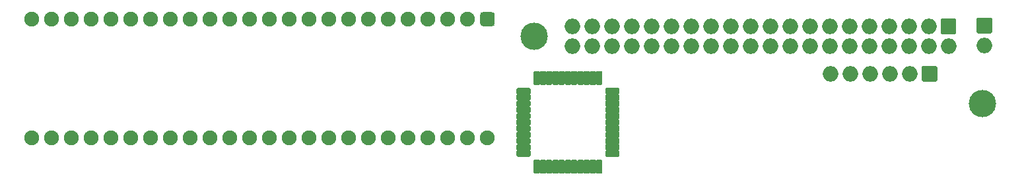
<source format=gbr>
%TF.GenerationSoftware,KiCad,Pcbnew,5.1.10-88a1d61d58~88~ubuntu18.04.1*%
%TF.CreationDate,2021-09-18T16:02:56+02:00*%
%TF.ProjectId,RGBtoHDMI Amiga Denise DIP CPLD Rev 1.1,52474274-6f48-4444-9d49-20416d696761,rev?*%
%TF.SameCoordinates,Original*%
%TF.FileFunction,Soldermask,Top*%
%TF.FilePolarity,Negative*%
%FSLAX46Y46*%
G04 Gerber Fmt 4.6, Leading zero omitted, Abs format (unit mm)*
G04 Created by KiCad (PCBNEW 5.1.10-88a1d61d58~88~ubuntu18.04.1) date 2021-09-18 16:02:56*
%MOMM*%
%LPD*%
G01*
G04 APERTURE LIST*
%ADD10C,3.500000*%
%ADD11O,2.000000X2.000000*%
%ADD12O,1.900000X1.900000*%
%ADD13C,0.100000*%
G04 APERTURE END LIST*
D10*
%TO.C,REF\u002A\u002A*%
X202840000Y-95300000D03*
%TD*%
D11*
%TO.C,Button*%
X203050000Y-87815000D03*
G36*
G01*
X202050000Y-86125000D02*
X202050000Y-84425000D01*
G75*
G02*
X202200000Y-84275000I150000J0D01*
G01*
X203900000Y-84275000D01*
G75*
G02*
X204050000Y-84425000I0J-150000D01*
G01*
X204050000Y-86125000D01*
G75*
G02*
X203900000Y-86275000I-150000J0D01*
G01*
X202200000Y-86275000D01*
G75*
G02*
X202050000Y-86125000I0J150000D01*
G01*
G37*
%TD*%
D10*
%TO.C,REF\u002A\u002A*%
X145330000Y-86620000D03*
%TD*%
D12*
%TO.C,U2*%
X139315000Y-99695000D03*
X80895000Y-84455000D03*
X136775000Y-99695000D03*
X83435000Y-84455000D03*
X134235000Y-99695000D03*
X85975000Y-84455000D03*
X131695000Y-99695000D03*
X88515000Y-84455000D03*
X129155000Y-99695000D03*
X91055000Y-84455000D03*
X126615000Y-99695000D03*
X93595000Y-84455000D03*
X124075000Y-99695000D03*
X96135000Y-84455000D03*
X121535000Y-99695000D03*
X98675000Y-84455000D03*
X118995000Y-99695000D03*
X101215000Y-84455000D03*
X116455000Y-99695000D03*
X103755000Y-84455000D03*
X113915000Y-99695000D03*
X106295000Y-84455000D03*
X111375000Y-99695000D03*
X108835000Y-84455000D03*
X108835000Y-99695000D03*
X111375000Y-84455000D03*
X106295000Y-99695000D03*
X113915000Y-84455000D03*
X103755000Y-99695000D03*
X116455000Y-84455000D03*
X101215000Y-99695000D03*
X118995000Y-84455000D03*
X98675000Y-99695000D03*
X121535000Y-84455000D03*
X96135000Y-99695000D03*
X124075000Y-84455000D03*
X93595000Y-99695000D03*
X126615000Y-84455000D03*
X91055000Y-99695000D03*
X129155000Y-84455000D03*
X88515000Y-99695000D03*
X131695000Y-84455000D03*
X85975000Y-99695000D03*
X134235000Y-84455000D03*
X83435000Y-99695000D03*
X136775000Y-84455000D03*
X80895000Y-99695000D03*
G36*
G01*
X138840000Y-83505000D02*
X139790000Y-83505000D01*
G75*
G02*
X140265000Y-83980000I0J-475000D01*
G01*
X140265000Y-84930000D01*
G75*
G02*
X139790000Y-85405000I-475000J0D01*
G01*
X138840000Y-85405000D01*
G75*
G02*
X138365000Y-84930000I0J475000D01*
G01*
X138365000Y-83980000D01*
G75*
G02*
X138840000Y-83505000I475000J0D01*
G01*
G37*
%TD*%
D11*
%TO.C,J1*%
X150190000Y-87900000D03*
X150190000Y-85360000D03*
X152730000Y-87900000D03*
X152730000Y-85360000D03*
X155270000Y-87900000D03*
X155270000Y-85360000D03*
X157810000Y-87900000D03*
X157810000Y-85360000D03*
X160350000Y-87900000D03*
X160350000Y-85360000D03*
X162890000Y-87900000D03*
X162890000Y-85360000D03*
X165430000Y-87900000D03*
X165430000Y-85360000D03*
X167970000Y-87900000D03*
X167970000Y-85360000D03*
X170510000Y-87900000D03*
X170510000Y-85360000D03*
X173050000Y-87900000D03*
X173050000Y-85360000D03*
X175590000Y-87900000D03*
X175590000Y-85360000D03*
X178130000Y-87900000D03*
X178130000Y-85360000D03*
X180670000Y-87900000D03*
X180670000Y-85360000D03*
X183210000Y-87900000D03*
X183210000Y-85360000D03*
X185750000Y-87900000D03*
X185750000Y-85360000D03*
X188290000Y-87900000D03*
X188290000Y-85360000D03*
X190830000Y-87900000D03*
X190830000Y-85360000D03*
X193370000Y-87900000D03*
X193370000Y-85360000D03*
X195910000Y-87900000D03*
X195910000Y-85360000D03*
X198450000Y-87900000D03*
G36*
G01*
X197600000Y-84360000D02*
X199300000Y-84360000D01*
G75*
G02*
X199450000Y-84510000I0J-150000D01*
G01*
X199450000Y-86210000D01*
G75*
G02*
X199300000Y-86360000I-150000J0D01*
G01*
X197600000Y-86360000D01*
G75*
G02*
X197450000Y-86210000I0J150000D01*
G01*
X197450000Y-84510000D01*
G75*
G02*
X197600000Y-84360000I150000J0D01*
G01*
G37*
%TD*%
%TO.C,U1*%
G36*
G01*
X144850000Y-101425000D02*
X144850000Y-101975000D01*
G75*
G02*
X144700000Y-102125000I-150000J0D01*
G01*
X143200000Y-102125000D01*
G75*
G02*
X143050000Y-101975000I0J150000D01*
G01*
X143050000Y-101425000D01*
G75*
G02*
X143200000Y-101275000I150000J0D01*
G01*
X144700000Y-101275000D01*
G75*
G02*
X144850000Y-101425000I0J-150000D01*
G01*
G37*
G36*
G01*
X144850000Y-100625000D02*
X144850000Y-101175000D01*
G75*
G02*
X144700000Y-101325000I-150000J0D01*
G01*
X143200000Y-101325000D01*
G75*
G02*
X143050000Y-101175000I0J150000D01*
G01*
X143050000Y-100625000D01*
G75*
G02*
X143200000Y-100475000I150000J0D01*
G01*
X144700000Y-100475000D01*
G75*
G02*
X144850000Y-100625000I0J-150000D01*
G01*
G37*
G36*
G01*
X144850000Y-99825000D02*
X144850000Y-100375000D01*
G75*
G02*
X144700000Y-100525000I-150000J0D01*
G01*
X143200000Y-100525000D01*
G75*
G02*
X143050000Y-100375000I0J150000D01*
G01*
X143050000Y-99825000D01*
G75*
G02*
X143200000Y-99675000I150000J0D01*
G01*
X144700000Y-99675000D01*
G75*
G02*
X144850000Y-99825000I0J-150000D01*
G01*
G37*
G36*
G01*
X144850000Y-99025000D02*
X144850000Y-99575000D01*
G75*
G02*
X144700000Y-99725000I-150000J0D01*
G01*
X143200000Y-99725000D01*
G75*
G02*
X143050000Y-99575000I0J150000D01*
G01*
X143050000Y-99025000D01*
G75*
G02*
X143200000Y-98875000I150000J0D01*
G01*
X144700000Y-98875000D01*
G75*
G02*
X144850000Y-99025000I0J-150000D01*
G01*
G37*
G36*
G01*
X144850000Y-98225000D02*
X144850000Y-98775000D01*
G75*
G02*
X144700000Y-98925000I-150000J0D01*
G01*
X143200000Y-98925000D01*
G75*
G02*
X143050000Y-98775000I0J150000D01*
G01*
X143050000Y-98225000D01*
G75*
G02*
X143200000Y-98075000I150000J0D01*
G01*
X144700000Y-98075000D01*
G75*
G02*
X144850000Y-98225000I0J-150000D01*
G01*
G37*
G36*
G01*
X144850000Y-97425000D02*
X144850000Y-97975000D01*
G75*
G02*
X144700000Y-98125000I-150000J0D01*
G01*
X143200000Y-98125000D01*
G75*
G02*
X143050000Y-97975000I0J150000D01*
G01*
X143050000Y-97425000D01*
G75*
G02*
X143200000Y-97275000I150000J0D01*
G01*
X144700000Y-97275000D01*
G75*
G02*
X144850000Y-97425000I0J-150000D01*
G01*
G37*
G36*
G01*
X144850000Y-96625000D02*
X144850000Y-97175000D01*
G75*
G02*
X144700000Y-97325000I-150000J0D01*
G01*
X143200000Y-97325000D01*
G75*
G02*
X143050000Y-97175000I0J150000D01*
G01*
X143050000Y-96625000D01*
G75*
G02*
X143200000Y-96475000I150000J0D01*
G01*
X144700000Y-96475000D01*
G75*
G02*
X144850000Y-96625000I0J-150000D01*
G01*
G37*
G36*
G01*
X144850000Y-95825000D02*
X144850000Y-96375000D01*
G75*
G02*
X144700000Y-96525000I-150000J0D01*
G01*
X143200000Y-96525000D01*
G75*
G02*
X143050000Y-96375000I0J150000D01*
G01*
X143050000Y-95825000D01*
G75*
G02*
X143200000Y-95675000I150000J0D01*
G01*
X144700000Y-95675000D01*
G75*
G02*
X144850000Y-95825000I0J-150000D01*
G01*
G37*
G36*
G01*
X144850000Y-95025000D02*
X144850000Y-95575000D01*
G75*
G02*
X144700000Y-95725000I-150000J0D01*
G01*
X143200000Y-95725000D01*
G75*
G02*
X143050000Y-95575000I0J150000D01*
G01*
X143050000Y-95025000D01*
G75*
G02*
X143200000Y-94875000I150000J0D01*
G01*
X144700000Y-94875000D01*
G75*
G02*
X144850000Y-95025000I0J-150000D01*
G01*
G37*
G36*
G01*
X144850000Y-94225000D02*
X144850000Y-94775000D01*
G75*
G02*
X144700000Y-94925000I-150000J0D01*
G01*
X143200000Y-94925000D01*
G75*
G02*
X143050000Y-94775000I0J150000D01*
G01*
X143050000Y-94225000D01*
G75*
G02*
X143200000Y-94075000I150000J0D01*
G01*
X144700000Y-94075000D01*
G75*
G02*
X144850000Y-94225000I0J-150000D01*
G01*
G37*
G36*
G01*
X144850000Y-93425000D02*
X144850000Y-93975000D01*
G75*
G02*
X144700000Y-94125000I-150000J0D01*
G01*
X143200000Y-94125000D01*
G75*
G02*
X143050000Y-93975000I0J150000D01*
G01*
X143050000Y-93425000D01*
G75*
G02*
X143200000Y-93275000I150000J0D01*
G01*
X144700000Y-93275000D01*
G75*
G02*
X144850000Y-93425000I0J-150000D01*
G01*
G37*
G36*
G01*
X145925000Y-92900000D02*
X145375000Y-92900000D01*
G75*
G02*
X145225000Y-92750000I0J150000D01*
G01*
X145225000Y-91250000D01*
G75*
G02*
X145375000Y-91100000I150000J0D01*
G01*
X145925000Y-91100000D01*
G75*
G02*
X146075000Y-91250000I0J-150000D01*
G01*
X146075000Y-92750000D01*
G75*
G02*
X145925000Y-92900000I-150000J0D01*
G01*
G37*
G36*
G01*
X146725000Y-92900000D02*
X146175000Y-92900000D01*
G75*
G02*
X146025000Y-92750000I0J150000D01*
G01*
X146025000Y-91250000D01*
G75*
G02*
X146175000Y-91100000I150000J0D01*
G01*
X146725000Y-91100000D01*
G75*
G02*
X146875000Y-91250000I0J-150000D01*
G01*
X146875000Y-92750000D01*
G75*
G02*
X146725000Y-92900000I-150000J0D01*
G01*
G37*
G36*
G01*
X147525000Y-92900000D02*
X146975000Y-92900000D01*
G75*
G02*
X146825000Y-92750000I0J150000D01*
G01*
X146825000Y-91250000D01*
G75*
G02*
X146975000Y-91100000I150000J0D01*
G01*
X147525000Y-91100000D01*
G75*
G02*
X147675000Y-91250000I0J-150000D01*
G01*
X147675000Y-92750000D01*
G75*
G02*
X147525000Y-92900000I-150000J0D01*
G01*
G37*
G36*
G01*
X148325000Y-92900000D02*
X147775000Y-92900000D01*
G75*
G02*
X147625000Y-92750000I0J150000D01*
G01*
X147625000Y-91250000D01*
G75*
G02*
X147775000Y-91100000I150000J0D01*
G01*
X148325000Y-91100000D01*
G75*
G02*
X148475000Y-91250000I0J-150000D01*
G01*
X148475000Y-92750000D01*
G75*
G02*
X148325000Y-92900000I-150000J0D01*
G01*
G37*
G36*
G01*
X149125000Y-92900000D02*
X148575000Y-92900000D01*
G75*
G02*
X148425000Y-92750000I0J150000D01*
G01*
X148425000Y-91250000D01*
G75*
G02*
X148575000Y-91100000I150000J0D01*
G01*
X149125000Y-91100000D01*
G75*
G02*
X149275000Y-91250000I0J-150000D01*
G01*
X149275000Y-92750000D01*
G75*
G02*
X149125000Y-92900000I-150000J0D01*
G01*
G37*
G36*
G01*
X149925000Y-92900000D02*
X149375000Y-92900000D01*
G75*
G02*
X149225000Y-92750000I0J150000D01*
G01*
X149225000Y-91250000D01*
G75*
G02*
X149375000Y-91100000I150000J0D01*
G01*
X149925000Y-91100000D01*
G75*
G02*
X150075000Y-91250000I0J-150000D01*
G01*
X150075000Y-92750000D01*
G75*
G02*
X149925000Y-92900000I-150000J0D01*
G01*
G37*
G36*
G01*
X150725000Y-92900000D02*
X150175000Y-92900000D01*
G75*
G02*
X150025000Y-92750000I0J150000D01*
G01*
X150025000Y-91250000D01*
G75*
G02*
X150175000Y-91100000I150000J0D01*
G01*
X150725000Y-91100000D01*
G75*
G02*
X150875000Y-91250000I0J-150000D01*
G01*
X150875000Y-92750000D01*
G75*
G02*
X150725000Y-92900000I-150000J0D01*
G01*
G37*
G36*
G01*
X151525000Y-92900000D02*
X150975000Y-92900000D01*
G75*
G02*
X150825000Y-92750000I0J150000D01*
G01*
X150825000Y-91250000D01*
G75*
G02*
X150975000Y-91100000I150000J0D01*
G01*
X151525000Y-91100000D01*
G75*
G02*
X151675000Y-91250000I0J-150000D01*
G01*
X151675000Y-92750000D01*
G75*
G02*
X151525000Y-92900000I-150000J0D01*
G01*
G37*
G36*
G01*
X152325000Y-92900000D02*
X151775000Y-92900000D01*
G75*
G02*
X151625000Y-92750000I0J150000D01*
G01*
X151625000Y-91250000D01*
G75*
G02*
X151775000Y-91100000I150000J0D01*
G01*
X152325000Y-91100000D01*
G75*
G02*
X152475000Y-91250000I0J-150000D01*
G01*
X152475000Y-92750000D01*
G75*
G02*
X152325000Y-92900000I-150000J0D01*
G01*
G37*
G36*
G01*
X153125000Y-92900000D02*
X152575000Y-92900000D01*
G75*
G02*
X152425000Y-92750000I0J150000D01*
G01*
X152425000Y-91250000D01*
G75*
G02*
X152575000Y-91100000I150000J0D01*
G01*
X153125000Y-91100000D01*
G75*
G02*
X153275000Y-91250000I0J-150000D01*
G01*
X153275000Y-92750000D01*
G75*
G02*
X153125000Y-92900000I-150000J0D01*
G01*
G37*
G36*
G01*
X153925000Y-92900000D02*
X153375000Y-92900000D01*
G75*
G02*
X153225000Y-92750000I0J150000D01*
G01*
X153225000Y-91250000D01*
G75*
G02*
X153375000Y-91100000I150000J0D01*
G01*
X153925000Y-91100000D01*
G75*
G02*
X154075000Y-91250000I0J-150000D01*
G01*
X154075000Y-92750000D01*
G75*
G02*
X153925000Y-92900000I-150000J0D01*
G01*
G37*
G36*
G01*
X156250000Y-93425000D02*
X156250000Y-93975000D01*
G75*
G02*
X156100000Y-94125000I-150000J0D01*
G01*
X154600000Y-94125000D01*
G75*
G02*
X154450000Y-93975000I0J150000D01*
G01*
X154450000Y-93425000D01*
G75*
G02*
X154600000Y-93275000I150000J0D01*
G01*
X156100000Y-93275000D01*
G75*
G02*
X156250000Y-93425000I0J-150000D01*
G01*
G37*
G36*
G01*
X156250000Y-94225000D02*
X156250000Y-94775000D01*
G75*
G02*
X156100000Y-94925000I-150000J0D01*
G01*
X154600000Y-94925000D01*
G75*
G02*
X154450000Y-94775000I0J150000D01*
G01*
X154450000Y-94225000D01*
G75*
G02*
X154600000Y-94075000I150000J0D01*
G01*
X156100000Y-94075000D01*
G75*
G02*
X156250000Y-94225000I0J-150000D01*
G01*
G37*
G36*
G01*
X156250000Y-95025000D02*
X156250000Y-95575000D01*
G75*
G02*
X156100000Y-95725000I-150000J0D01*
G01*
X154600000Y-95725000D01*
G75*
G02*
X154450000Y-95575000I0J150000D01*
G01*
X154450000Y-95025000D01*
G75*
G02*
X154600000Y-94875000I150000J0D01*
G01*
X156100000Y-94875000D01*
G75*
G02*
X156250000Y-95025000I0J-150000D01*
G01*
G37*
G36*
G01*
X156250000Y-95825000D02*
X156250000Y-96375000D01*
G75*
G02*
X156100000Y-96525000I-150000J0D01*
G01*
X154600000Y-96525000D01*
G75*
G02*
X154450000Y-96375000I0J150000D01*
G01*
X154450000Y-95825000D01*
G75*
G02*
X154600000Y-95675000I150000J0D01*
G01*
X156100000Y-95675000D01*
G75*
G02*
X156250000Y-95825000I0J-150000D01*
G01*
G37*
G36*
G01*
X156250000Y-96625000D02*
X156250000Y-97175000D01*
G75*
G02*
X156100000Y-97325000I-150000J0D01*
G01*
X154600000Y-97325000D01*
G75*
G02*
X154450000Y-97175000I0J150000D01*
G01*
X154450000Y-96625000D01*
G75*
G02*
X154600000Y-96475000I150000J0D01*
G01*
X156100000Y-96475000D01*
G75*
G02*
X156250000Y-96625000I0J-150000D01*
G01*
G37*
G36*
G01*
X156250000Y-97425000D02*
X156250000Y-97975000D01*
G75*
G02*
X156100000Y-98125000I-150000J0D01*
G01*
X154600000Y-98125000D01*
G75*
G02*
X154450000Y-97975000I0J150000D01*
G01*
X154450000Y-97425000D01*
G75*
G02*
X154600000Y-97275000I150000J0D01*
G01*
X156100000Y-97275000D01*
G75*
G02*
X156250000Y-97425000I0J-150000D01*
G01*
G37*
G36*
G01*
X156250000Y-98225000D02*
X156250000Y-98775000D01*
G75*
G02*
X156100000Y-98925000I-150000J0D01*
G01*
X154600000Y-98925000D01*
G75*
G02*
X154450000Y-98775000I0J150000D01*
G01*
X154450000Y-98225000D01*
G75*
G02*
X154600000Y-98075000I150000J0D01*
G01*
X156100000Y-98075000D01*
G75*
G02*
X156250000Y-98225000I0J-150000D01*
G01*
G37*
G36*
G01*
X156250000Y-99025000D02*
X156250000Y-99575000D01*
G75*
G02*
X156100000Y-99725000I-150000J0D01*
G01*
X154600000Y-99725000D01*
G75*
G02*
X154450000Y-99575000I0J150000D01*
G01*
X154450000Y-99025000D01*
G75*
G02*
X154600000Y-98875000I150000J0D01*
G01*
X156100000Y-98875000D01*
G75*
G02*
X156250000Y-99025000I0J-150000D01*
G01*
G37*
G36*
G01*
X156250000Y-99825000D02*
X156250000Y-100375000D01*
G75*
G02*
X156100000Y-100525000I-150000J0D01*
G01*
X154600000Y-100525000D01*
G75*
G02*
X154450000Y-100375000I0J150000D01*
G01*
X154450000Y-99825000D01*
G75*
G02*
X154600000Y-99675000I150000J0D01*
G01*
X156100000Y-99675000D01*
G75*
G02*
X156250000Y-99825000I0J-150000D01*
G01*
G37*
G36*
G01*
X156250000Y-100625000D02*
X156250000Y-101175000D01*
G75*
G02*
X156100000Y-101325000I-150000J0D01*
G01*
X154600000Y-101325000D01*
G75*
G02*
X154450000Y-101175000I0J150000D01*
G01*
X154450000Y-100625000D01*
G75*
G02*
X154600000Y-100475000I150000J0D01*
G01*
X156100000Y-100475000D01*
G75*
G02*
X156250000Y-100625000I0J-150000D01*
G01*
G37*
G36*
G01*
X156250000Y-101425000D02*
X156250000Y-101975000D01*
G75*
G02*
X156100000Y-102125000I-150000J0D01*
G01*
X154600000Y-102125000D01*
G75*
G02*
X154450000Y-101975000I0J150000D01*
G01*
X154450000Y-101425000D01*
G75*
G02*
X154600000Y-101275000I150000J0D01*
G01*
X156100000Y-101275000D01*
G75*
G02*
X156250000Y-101425000I0J-150000D01*
G01*
G37*
G36*
G01*
X153925000Y-104300000D02*
X153375000Y-104300000D01*
G75*
G02*
X153225000Y-104150000I0J150000D01*
G01*
X153225000Y-102650000D01*
G75*
G02*
X153375000Y-102500000I150000J0D01*
G01*
X153925000Y-102500000D01*
G75*
G02*
X154075000Y-102650000I0J-150000D01*
G01*
X154075000Y-104150000D01*
G75*
G02*
X153925000Y-104300000I-150000J0D01*
G01*
G37*
G36*
G01*
X153125000Y-104300000D02*
X152575000Y-104300000D01*
G75*
G02*
X152425000Y-104150000I0J150000D01*
G01*
X152425000Y-102650000D01*
G75*
G02*
X152575000Y-102500000I150000J0D01*
G01*
X153125000Y-102500000D01*
G75*
G02*
X153275000Y-102650000I0J-150000D01*
G01*
X153275000Y-104150000D01*
G75*
G02*
X153125000Y-104300000I-150000J0D01*
G01*
G37*
G36*
G01*
X152325000Y-104300000D02*
X151775000Y-104300000D01*
G75*
G02*
X151625000Y-104150000I0J150000D01*
G01*
X151625000Y-102650000D01*
G75*
G02*
X151775000Y-102500000I150000J0D01*
G01*
X152325000Y-102500000D01*
G75*
G02*
X152475000Y-102650000I0J-150000D01*
G01*
X152475000Y-104150000D01*
G75*
G02*
X152325000Y-104300000I-150000J0D01*
G01*
G37*
G36*
G01*
X151525000Y-104300000D02*
X150975000Y-104300000D01*
G75*
G02*
X150825000Y-104150000I0J150000D01*
G01*
X150825000Y-102650000D01*
G75*
G02*
X150975000Y-102500000I150000J0D01*
G01*
X151525000Y-102500000D01*
G75*
G02*
X151675000Y-102650000I0J-150000D01*
G01*
X151675000Y-104150000D01*
G75*
G02*
X151525000Y-104300000I-150000J0D01*
G01*
G37*
G36*
G01*
X150725000Y-104300000D02*
X150175000Y-104300000D01*
G75*
G02*
X150025000Y-104150000I0J150000D01*
G01*
X150025000Y-102650000D01*
G75*
G02*
X150175000Y-102500000I150000J0D01*
G01*
X150725000Y-102500000D01*
G75*
G02*
X150875000Y-102650000I0J-150000D01*
G01*
X150875000Y-104150000D01*
G75*
G02*
X150725000Y-104300000I-150000J0D01*
G01*
G37*
G36*
G01*
X149925000Y-104300000D02*
X149375000Y-104300000D01*
G75*
G02*
X149225000Y-104150000I0J150000D01*
G01*
X149225000Y-102650000D01*
G75*
G02*
X149375000Y-102500000I150000J0D01*
G01*
X149925000Y-102500000D01*
G75*
G02*
X150075000Y-102650000I0J-150000D01*
G01*
X150075000Y-104150000D01*
G75*
G02*
X149925000Y-104300000I-150000J0D01*
G01*
G37*
G36*
G01*
X149125000Y-104300000D02*
X148575000Y-104300000D01*
G75*
G02*
X148425000Y-104150000I0J150000D01*
G01*
X148425000Y-102650000D01*
G75*
G02*
X148575000Y-102500000I150000J0D01*
G01*
X149125000Y-102500000D01*
G75*
G02*
X149275000Y-102650000I0J-150000D01*
G01*
X149275000Y-104150000D01*
G75*
G02*
X149125000Y-104300000I-150000J0D01*
G01*
G37*
G36*
G01*
X148325000Y-104300000D02*
X147775000Y-104300000D01*
G75*
G02*
X147625000Y-104150000I0J150000D01*
G01*
X147625000Y-102650000D01*
G75*
G02*
X147775000Y-102500000I150000J0D01*
G01*
X148325000Y-102500000D01*
G75*
G02*
X148475000Y-102650000I0J-150000D01*
G01*
X148475000Y-104150000D01*
G75*
G02*
X148325000Y-104300000I-150000J0D01*
G01*
G37*
G36*
G01*
X147525000Y-104300000D02*
X146975000Y-104300000D01*
G75*
G02*
X146825000Y-104150000I0J150000D01*
G01*
X146825000Y-102650000D01*
G75*
G02*
X146975000Y-102500000I150000J0D01*
G01*
X147525000Y-102500000D01*
G75*
G02*
X147675000Y-102650000I0J-150000D01*
G01*
X147675000Y-104150000D01*
G75*
G02*
X147525000Y-104300000I-150000J0D01*
G01*
G37*
G36*
G01*
X146725000Y-104300000D02*
X146175000Y-104300000D01*
G75*
G02*
X146025000Y-104150000I0J150000D01*
G01*
X146025000Y-102650000D01*
G75*
G02*
X146175000Y-102500000I150000J0D01*
G01*
X146725000Y-102500000D01*
G75*
G02*
X146875000Y-102650000I0J-150000D01*
G01*
X146875000Y-104150000D01*
G75*
G02*
X146725000Y-104300000I-150000J0D01*
G01*
G37*
G36*
G01*
X145925000Y-104300000D02*
X145375000Y-104300000D01*
G75*
G02*
X145225000Y-104150000I0J150000D01*
G01*
X145225000Y-102650000D01*
G75*
G02*
X145375000Y-102500000I150000J0D01*
G01*
X145925000Y-102500000D01*
G75*
G02*
X146075000Y-102650000I0J-150000D01*
G01*
X146075000Y-104150000D01*
G75*
G02*
X145925000Y-104300000I-150000J0D01*
G01*
G37*
%TD*%
%TO.C,JTAG Port*%
G36*
G01*
X195160000Y-90460000D02*
X196860000Y-90460000D01*
G75*
G02*
X197010000Y-90610000I0J-150000D01*
G01*
X197010000Y-92310000D01*
G75*
G02*
X196860000Y-92460000I-150000J0D01*
G01*
X195160000Y-92460000D01*
G75*
G02*
X195010000Y-92310000I0J150000D01*
G01*
X195010000Y-90610000D01*
G75*
G02*
X195160000Y-90460000I150000J0D01*
G01*
G37*
X193470000Y-91460000D03*
X190930000Y-91460000D03*
X188390000Y-91460000D03*
X185850000Y-91460000D03*
X183310000Y-91460000D03*
%TD*%
D13*
G36*
X138366990Y-84929804D02*
G01*
X138376097Y-85022273D01*
X138403014Y-85111006D01*
X138446723Y-85192780D01*
X138505545Y-85264455D01*
X138577220Y-85323277D01*
X138658994Y-85366986D01*
X138747727Y-85393903D01*
X138840196Y-85403010D01*
X138841822Y-85404175D01*
X138841626Y-85406165D01*
X138840000Y-85407000D01*
X138783640Y-85407000D01*
X138783444Y-85406990D01*
X138696951Y-85398471D01*
X138696566Y-85398395D01*
X138619289Y-85374953D01*
X138618927Y-85374803D01*
X138547722Y-85336743D01*
X138547396Y-85336525D01*
X138484977Y-85285300D01*
X138484700Y-85285023D01*
X138433475Y-85222604D01*
X138433257Y-85222278D01*
X138395197Y-85151073D01*
X138395047Y-85150711D01*
X138371605Y-85073434D01*
X138371529Y-85073049D01*
X138363010Y-84986556D01*
X138363000Y-84986360D01*
X138363000Y-84930000D01*
X138364000Y-84928268D01*
X138366000Y-84928268D01*
X138366990Y-84929804D01*
G37*
G36*
X140266165Y-84928374D02*
G01*
X140267000Y-84930000D01*
X140267000Y-84986360D01*
X140266990Y-84986556D01*
X140258471Y-85073049D01*
X140258395Y-85073434D01*
X140234953Y-85150711D01*
X140234803Y-85151073D01*
X140196743Y-85222278D01*
X140196525Y-85222604D01*
X140145300Y-85285023D01*
X140145023Y-85285300D01*
X140082604Y-85336525D01*
X140082278Y-85336743D01*
X140011073Y-85374803D01*
X140010711Y-85374953D01*
X139933434Y-85398395D01*
X139933049Y-85398471D01*
X139846556Y-85406990D01*
X139846360Y-85407000D01*
X139790000Y-85407000D01*
X139788268Y-85406000D01*
X139788268Y-85404000D01*
X139789804Y-85403010D01*
X139882273Y-85393903D01*
X139971006Y-85366986D01*
X140052780Y-85323277D01*
X140124455Y-85264455D01*
X140183277Y-85192780D01*
X140226986Y-85111006D01*
X140253903Y-85022273D01*
X140263010Y-84929804D01*
X140264175Y-84928178D01*
X140266165Y-84928374D01*
G37*
G36*
X138841732Y-83504000D02*
G01*
X138841732Y-83506000D01*
X138840196Y-83506990D01*
X138747727Y-83516097D01*
X138658994Y-83543014D01*
X138577220Y-83586723D01*
X138505545Y-83645545D01*
X138446723Y-83717220D01*
X138403014Y-83798994D01*
X138376097Y-83887727D01*
X138366990Y-83980196D01*
X138365825Y-83981822D01*
X138363835Y-83981626D01*
X138363000Y-83980000D01*
X138363000Y-83923640D01*
X138363010Y-83923444D01*
X138371529Y-83836951D01*
X138371605Y-83836566D01*
X138395047Y-83759289D01*
X138395197Y-83758927D01*
X138433257Y-83687722D01*
X138433475Y-83687396D01*
X138484700Y-83624977D01*
X138484977Y-83624700D01*
X138547396Y-83573475D01*
X138547722Y-83573257D01*
X138618927Y-83535197D01*
X138619289Y-83535047D01*
X138696566Y-83511605D01*
X138696951Y-83511529D01*
X138783444Y-83503010D01*
X138783640Y-83503000D01*
X138840000Y-83503000D01*
X138841732Y-83504000D01*
G37*
G36*
X139846556Y-83503010D02*
G01*
X139933049Y-83511529D01*
X139933434Y-83511605D01*
X140010711Y-83535047D01*
X140011073Y-83535197D01*
X140082278Y-83573257D01*
X140082604Y-83573475D01*
X140145023Y-83624700D01*
X140145300Y-83624977D01*
X140196525Y-83687396D01*
X140196743Y-83687722D01*
X140234803Y-83758927D01*
X140234953Y-83759289D01*
X140258395Y-83836566D01*
X140258471Y-83836951D01*
X140266990Y-83923444D01*
X140267000Y-83923640D01*
X140267000Y-83980000D01*
X140266000Y-83981732D01*
X140264000Y-83981732D01*
X140263010Y-83980196D01*
X140253903Y-83887727D01*
X140226986Y-83798994D01*
X140183277Y-83717220D01*
X140124455Y-83645545D01*
X140052780Y-83586723D01*
X139971006Y-83543014D01*
X139882273Y-83516097D01*
X139789804Y-83506990D01*
X139788178Y-83505825D01*
X139788374Y-83503835D01*
X139790000Y-83503000D01*
X139846360Y-83503000D01*
X139846556Y-83503010D01*
G37*
M02*

</source>
